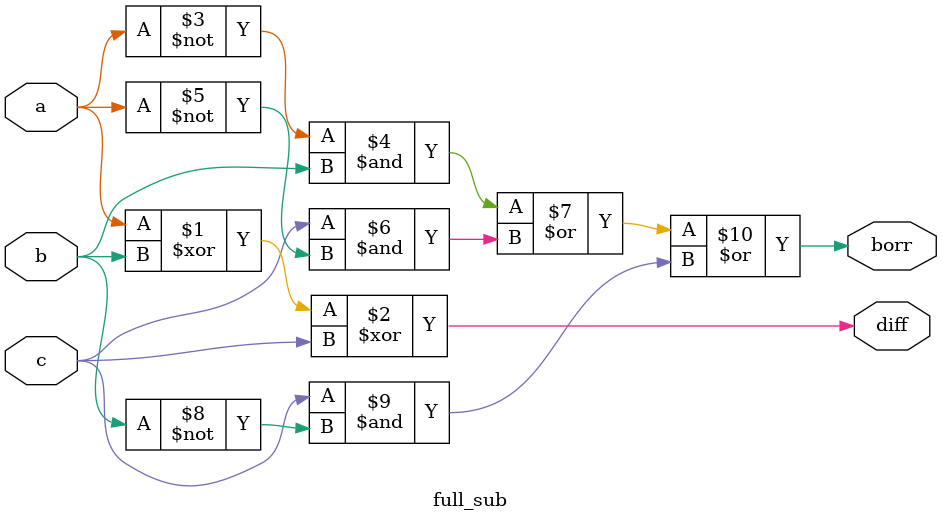
<source format=v>
module full_sub(input a,b,c,output diff,borr);
assign diff=a^b^c;
assign borr=(~a&b)|(c&~a)|(c&~b);
endmodule

</source>
